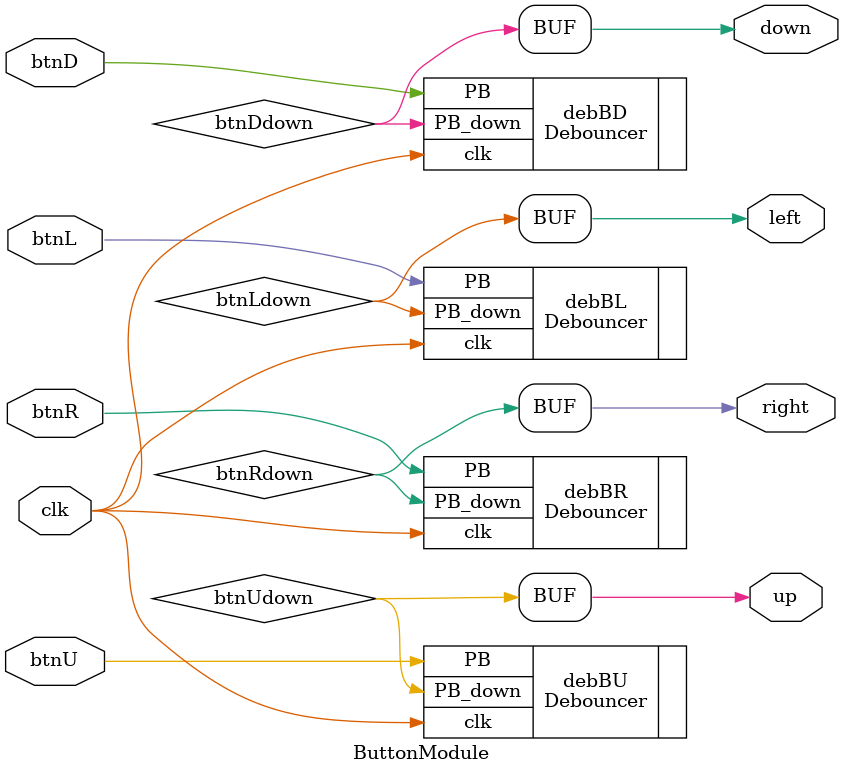
<source format=v>
`timescale 1ns / 1ps

module ButtonModule( input wire btnU,
                     input wire btnD,
                     input wire btnL,
                     input wire btnR,
                     output wire up,
                     output wire down,
                     output wire left,
                     output wire right,
                     input clk );
                     
                     wire btnLdown, btnRdown, btnUdown, btnDdown;
                     wire gamePadLdown, gamePadRdown, gamePadDdown, gamePadUdown;
                     
                       // Debouncers
                     Debouncer debBL(
                       .clk( clk),
                       .PB( btnL),
                       .PB_down( btnLdown)
                     );
                   
                     Debouncer debBR(
                       .clk( clk),
                       .PB( btnR),
                       .PB_down( btnRdown)
                     );
                   
                     Debouncer debBD(
                       .clk( clk),
                       .PB( btnD),
                       .PB_down( btnDdown)
                     );
                   
                     Debouncer debBU(
                       .clk( clk),
                       .PB( btnU),
                       .PB_down( btnUdown)
                     );
                      
                      assign up = btnUdown;
                      assign down = btnDdown;
                      assign left = btnLdown;
                      assign right = btnRdown;
                     
endmodule
</source>
